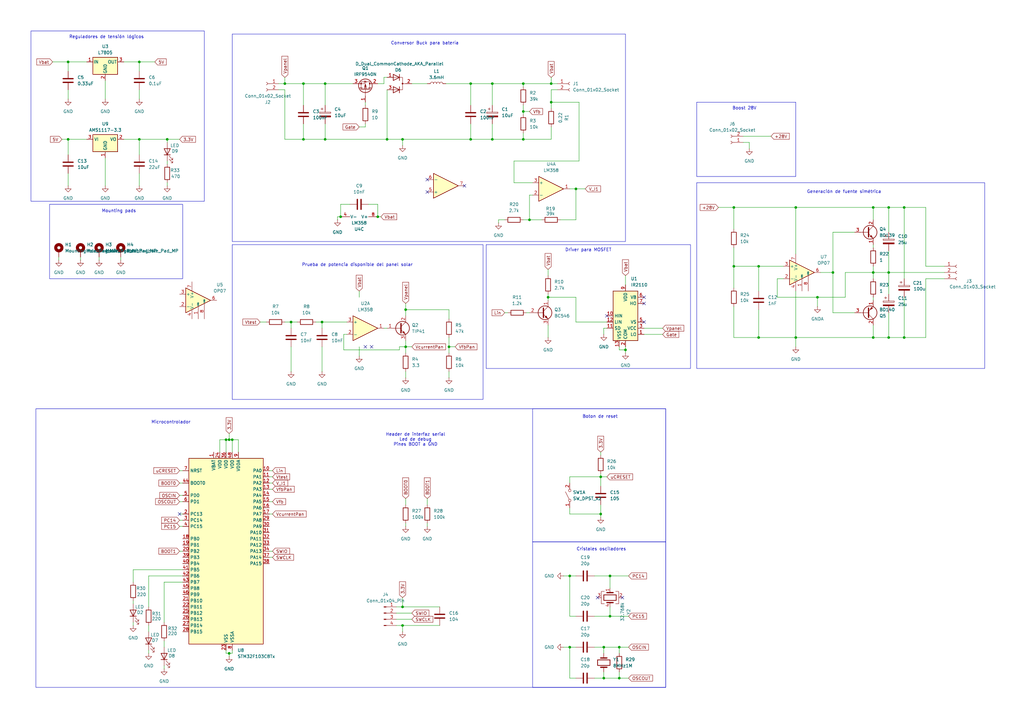
<source format=kicad_sch>
(kicad_sch (version 20250114) (generator "eeschema") (generator_version "9.0")
  (paper "A3")
  (rectangle (start 95.25 100.33) (end 198.12 163.83))
  (rectangle (start 218.44 167.64) (end 273.05 222.25))
  (rectangle (start 20.32 83.82) (end 74.93 114.3))
  (rectangle (start 14.732 167.64) (end 273.05 281.94))
  (rectangle (start 199.39 100.33) (end 283.21 151.13))
  (rectangle (start 218.44 222.25) (end 273.05 281.94))
  (rectangle (start 285.75 41.91) (end 326.39 72.39))
  (rectangle (start 95.25 13.97) (end 256.54 99.06))
  (rectangle (start 285.75 74.93) (end 403.86 151.13))
  (rectangle (start 12.7 12.7) (end 83.82 82.55))
  (text "Microcontrolador" (at 70.104 173.228 0) (effects (font (size 1.27 1.27))))
  (text "Header de interfaz serial\nLed de debug\nPines BOOT a GND" (at 170.434 180.34 0) (effects (font (size 1.27 1.27))))
  (text "Boton de reset" (at 246.126 170.942 0) (effects (font (size 1.27 1.27))))
  (text "Cristales osciladores" (at 246.634 225.298 0) (effects (font (size 1.27 1.27))))
  (text "Conversor Buck para batería" (at 174.244 17.78 0) (effects (font (size 1.27 1.27))))
  (text "Mounting pads" (at 48.768 86.614 0) (effects (font (size 1.27 1.27))))
  (text "Driver para MOSFET" (at 241.3 102.616 0) (effects (font (size 1.27 1.27))))
  (text "Boost 28V" (at 305.308 44.45 0) (effects (font (size 1.27 1.27))))
  (text "Generación de fuente simétrica" (at 346.202 78.74 0) (effects (font (size 1.27 1.27))))
  (text "Prueba de potencia disponible del panel solar" (at 146.558 108.712 0) (effects (font (size 1.27 1.27))))
  (text "Reguladores de tensión lógicos" (at 43.688 15.24 0) (effects (font (size 1.27 1.27))))
  (junction (at 184.15 142.24))
  (junction (at 364.49 85.09))
  (junction (at 93.98 180.34))
  (junction (at 154.94 88.9))
  (junction (at 358.14 111.76))
  (junction (at 300.99 109.22))
  (junction (at 119.38 132.08))
  (junction (at 226.06 41.91))
  (junction (at 246.38 195.58))
  (junction (at 326.39 138.43))
  (junction (at 335.28 121.92))
  (junction (at 201.93 34.29))
  (junction (at 226.06 34.29))
  (junction (at 214.63 57.15))
  (junction (at 193.04 34.29))
  (junction (at 57.15 25.4))
  (junction (at 165.1 57.15))
  (junction (at 165.1 256.54))
  (junction (at 250.19 252.73))
  (junction (at 139.7 88.9))
  (junction (at 27.94 25.4))
  (junction (at 358.14 138.43))
  (junction (at 214.63 45.72))
  (junction (at 92.71 180.34))
  (junction (at 300.99 85.09))
  (junction (at 246.38 210.82))
  (junction (at 341.63 111.76))
  (junction (at 27.94 57.15))
  (junction (at 95.25 180.34))
  (junction (at 364.49 111.76))
  (junction (at 133.35 34.29))
  (junction (at 214.63 34.29))
  (junction (at 165.1 248.92))
  (junction (at 68.58 57.15))
  (junction (at 256.54 143.51))
  (junction (at 93.98 267.97))
  (junction (at 217.17 90.17))
  (junction (at 132.08 132.08))
  (junction (at 236.22 77.47))
  (junction (at 250.19 236.22))
  (junction (at 364.49 138.43))
  (junction (at 370.84 85.09))
  (junction (at 254 265.43))
  (junction (at 254 278.13))
  (junction (at 57.15 57.15))
  (junction (at 370.84 138.43))
  (junction (at 193.04 57.15))
  (junction (at 116.84 34.29))
  (junction (at 166.37 127))
  (junction (at 233.68 265.43))
  (junction (at 247.65 278.13))
  (junction (at 326.39 85.09))
  (junction (at 358.14 85.09))
  (junction (at 124.46 57.15))
  (junction (at 233.68 236.22))
  (junction (at 133.35 57.15))
  (junction (at 224.79 121.92))
  (junction (at 311.15 138.43))
  (junction (at 158.75 57.15))
  (junction (at 311.15 109.22))
  (junction (at 166.37 142.24))
  (junction (at 247.65 265.43))
  (junction (at 201.93 57.15))
  (junction (at 124.46 34.29))
  (no_connect (at 175.26 73.66))
  (no_connect (at 264.16 124.46))
  (no_connect (at 248.92 129.54))
  (no_connect (at 175.26 78.74))
  (no_connect (at 152.4 142.24))
  (no_connect (at 264.16 132.08))
  (no_connect (at 255.27 245.11))
  (no_connect (at 245.11 245.11))
  (no_connect (at 73.66 210.82))
  (no_connect (at 190.5 76.2))
  (no_connect (at 264.16 121.92))
  (no_connect (at 149.86 142.24))
  (wire (pts (xy 256.54 142.24) (xy 256.54 143.51)))
  (wire (pts (xy 318.77 121.92) (xy 335.28 121.92)))
  (wire (pts (xy 247.65 265.43) (xy 243.84 265.43)))
  (wire (pts (xy 67.31 273.05) (xy 67.31 274.32)))
  (wire (pts (xy 93.98 267.97) (xy 95.25 267.97)))
  (wire (pts (xy 256.54 143.51) (xy 256.54 144.78)))
  (wire (pts (xy 233.68 252.73) (xy 236.22 252.73)))
  (wire (pts (xy 358.14 85.09) (xy 358.14 90.17)))
  (wire (pts (xy 184.15 142.24) (xy 184.15 144.78)))
  (wire (pts (xy 210.82 66.04) (xy 237.49 66.04)))
  (wire (pts (xy 110.49 200.66) (xy 111.76 200.66)))
  (wire (pts (xy 233.68 265.43) (xy 233.68 278.13)))
  (wire (pts (xy 224.79 120.65) (xy 224.79 121.92)))
  (wire (pts (xy 166.37 142.24) (xy 166.37 144.78)))
  (wire (pts (xy 300.99 118.11) (xy 300.99 109.22)))
  (wire (pts (xy 214.63 57.15) (xy 226.06 57.15)))
  (wire (pts (xy 300.99 138.43) (xy 311.15 138.43)))
  (wire (pts (xy 370.84 85.09) (xy 379.73 85.09)))
  (wire (pts (xy 154.94 83.82) (xy 151.13 83.82)))
  (wire (pts (xy 27.94 29.21) (xy 27.94 25.4)))
  (wire (pts (xy 358.14 111.76) (xy 358.14 114.3)))
  (wire (pts (xy 165.1 256.54) (xy 162.56 256.54)))
  (wire (pts (xy 256.54 113.03) (xy 256.54 116.84)))
  (wire (pts (xy 321.31 114.3) (xy 318.77 114.3)))
  (wire (pts (xy 364.49 85.09) (xy 370.84 85.09)))
  (wire (pts (xy 358.14 100.33) (xy 358.14 101.6)))
  (wire (pts (xy 311.15 119.38) (xy 311.15 109.22)))
  (wire (pts (xy 311.15 138.43) (xy 311.15 127)))
  (wire (pts (xy 92.71 180.34) (xy 92.71 185.42)))
  (wire (pts (xy 215.9 128.27) (xy 217.17 128.27)))
  (wire (pts (xy 336.55 111.76) (xy 341.63 111.76)))
  (wire (pts (xy 116.84 57.15) (xy 124.46 57.15)))
  (wire (pts (xy 166.37 124.46) (xy 166.37 127)))
  (wire (pts (xy 300.99 109.22) (xy 311.15 109.22)))
  (wire (pts (xy 40.64 105.41) (xy 40.64 106.68)))
  (wire (pts (xy 27.94 71.12) (xy 27.94 76.2)))
  (wire (pts (xy 237.49 41.91) (xy 226.06 41.91)))
  (wire (pts (xy 318.77 114.3) (xy 318.77 121.92)))
  (wire (pts (xy 311.15 109.22) (xy 321.31 109.22)))
  (wire (pts (xy 233.68 195.58) (xy 246.38 195.58)))
  (wire (pts (xy 247.65 265.43) (xy 254 265.43)))
  (wire (pts (xy 341.63 111.76) (xy 341.63 95.25)))
  (wire (pts (xy 254 143.51) (xy 256.54 143.51)))
  (wire (pts (xy 224.79 133.35) (xy 224.79 138.43)))
  (wire (pts (xy 250.19 252.73) (xy 257.81 252.73)))
  (wire (pts (xy 60.96 266.7) (xy 60.96 267.97)))
  (wire (pts (xy 157.48 134.62) (xy 158.75 134.62)))
  (wire (pts (xy 50.8 25.4) (xy 57.15 25.4)))
  (wire (pts (xy 243.84 278.13) (xy 247.65 278.13)))
  (wire (pts (xy 364.49 111.76) (xy 364.49 120.65)))
  (wire (pts (xy 147.32 142.24) (xy 147.32 146.05)))
  (wire (pts (xy 210.82 74.93) (xy 218.44 74.93)))
  (wire (pts (xy 246.38 194.31) (xy 246.38 195.58)))
  (wire (pts (xy 300.99 101.6) (xy 300.99 109.22)))
  (wire (pts (xy 114.3 36.83) (xy 116.84 36.83)))
  (wire (pts (xy 133.35 50.8) (xy 133.35 57.15)))
  (wire (pts (xy 247.65 278.13) (xy 247.65 275.59)))
  (wire (pts (xy 27.94 57.15) (xy 35.56 57.15)))
  (wire (pts (xy 166.37 127) (xy 166.37 129.54)))
  (wire (pts (xy 116.84 31.75) (xy 116.84 34.29)))
  (wire (pts (xy 110.49 198.12) (xy 111.76 198.12)))
  (wire (pts (xy 110.49 228.6) (xy 111.76 228.6)))
  (wire (pts (xy 166.37 204.47) (xy 166.37 207.01)))
  (wire (pts (xy 133.35 43.18) (xy 133.35 34.29)))
  (wire (pts (xy 226.06 31.75) (xy 226.06 34.29)))
  (wire (pts (xy 247.65 267.97) (xy 247.65 265.43)))
  (wire (pts (xy 119.38 142.24) (xy 119.38 152.4)))
  (wire (pts (xy 165.1 57.15) (xy 165.1 59.69)))
  (wire (pts (xy 364.49 102.87) (xy 364.49 111.76)))
  (wire (pts (xy 73.66 198.12) (xy 74.93 198.12)))
  (wire (pts (xy 304.8 55.88) (xy 316.23 55.88)))
  (wire (pts (xy 60.96 256.54) (xy 60.96 259.08)))
  (wire (pts (xy 116.84 132.08) (xy 119.38 132.08)))
  (wire (pts (xy 237.49 66.04) (xy 237.49 41.91)))
  (wire (pts (xy 214.63 57.15) (xy 214.63 54.61)))
  (wire (pts (xy 68.58 57.15) (xy 68.58 58.42)))
  (wire (pts (xy 154.94 34.29) (xy 157.48 34.29)))
  (wire (pts (xy 124.46 34.29) (xy 133.35 34.29)))
  (wire (pts (xy 158.75 57.15) (xy 165.1 57.15)))
  (wire (pts (xy 175.26 204.47) (xy 175.26 207.01)))
  (wire (pts (xy 140.97 137.16) (xy 142.24 137.16)))
  (wire (pts (xy 193.04 57.15) (xy 193.04 50.8)))
  (wire (pts (xy 250.19 236.22) (xy 250.19 241.3)))
  (wire (pts (xy 326.39 138.43) (xy 358.14 138.43)))
  (wire (pts (xy 67.31 262.89) (xy 67.31 265.43)))
  (wire (pts (xy 140.97 143.51) (xy 163.83 143.51)))
  (wire (pts (xy 246.38 185.42) (xy 246.38 186.69)))
  (wire (pts (xy 264.16 137.16) (xy 271.78 137.16)))
  (wire (pts (xy 326.39 138.43) (xy 311.15 138.43)))
  (wire (pts (xy 165.1 248.92) (xy 180.34 248.92)))
  (wire (pts (xy 204.47 91.44) (xy 204.47 90.17)))
  (wire (pts (xy 233.68 77.47) (xy 236.22 77.47)))
  (wire (pts (xy 110.49 193.04) (xy 111.76 193.04)))
  (wire (pts (xy 358.14 138.43) (xy 364.49 138.43)))
  (wire (pts (xy 210.82 74.93) (xy 210.82 66.04)))
  (wire (pts (xy 27.94 25.4) (xy 35.56 25.4)))
  (wire (pts (xy 214.63 34.29) (xy 201.93 34.29)))
  (wire (pts (xy 184.15 130.81) (xy 184.15 127)))
  (wire (pts (xy 166.37 152.4) (xy 166.37 154.94)))
  (wire (pts (xy 300.99 125.73) (xy 300.99 138.43)))
  (wire (pts (xy 133.35 34.29) (xy 144.78 34.29)))
  (wire (pts (xy 246.38 195.58) (xy 246.38 199.39)))
  (wire (pts (xy 57.15 36.83) (xy 57.15 40.64)))
  (wire (pts (xy 204.47 90.17) (xy 207.01 90.17)))
  (wire (pts (xy 21.59 25.4) (xy 27.94 25.4)))
  (wire (pts (xy 233.68 198.12) (xy 233.68 195.58)))
  (wire (pts (xy 27.94 63.5) (xy 27.94 57.15)))
  (wire (pts (xy 166.37 139.7) (xy 166.37 142.24)))
  (wire (pts (xy 224.79 121.92) (xy 224.79 123.19)))
  (wire (pts (xy 233.68 278.13) (xy 236.22 278.13)))
  (wire (pts (xy 24.13 105.41) (xy 24.13 106.68)))
  (wire (pts (xy 49.53 105.41) (xy 49.53 106.68)))
  (wire (pts (xy 132.08 142.24) (xy 132.08 152.4)))
  (wire (pts (xy 247.65 278.13) (xy 254 278.13)))
  (wire (pts (xy 119.38 134.62) (xy 119.38 132.08)))
  (wire (pts (xy 358.14 121.92) (xy 358.14 123.19)))
  (wire (pts (xy 57.15 25.4) (xy 63.5 25.4)))
  (wire (pts (xy 110.49 195.58) (xy 111.76 195.58)))
  (wire (pts (xy 90.17 185.42) (xy 90.17 180.34)))
  (wire (pts (xy 217.17 80.01) (xy 217.17 90.17)))
  (wire (pts (xy 246.38 210.82) (xy 246.38 207.01)))
  (wire (pts (xy 250.19 248.92) (xy 250.19 252.73)))
  (wire (pts (xy 132.08 132.08) (xy 132.08 134.62)))
  (wire (pts (xy 264.16 134.62) (xy 271.78 134.62)))
  (wire (pts (xy 157.48 34.29) (xy 157.48 31.75)))
  (wire (pts (xy 236.22 77.47) (xy 240.03 77.47)))
  (wire (pts (xy 370.84 85.09) (xy 370.84 114.3)))
  (wire (pts (xy 43.18 33.02) (xy 43.18 40.64)))
  (wire (pts (xy 68.58 76.2) (xy 68.58 74.93)))
  (wire (pts (xy 233.68 208.28) (xy 233.68 210.82)))
  (wire (pts (xy 294.64 85.09) (xy 300.99 85.09)))
  (wire (pts (xy 326.39 142.24) (xy 326.39 138.43)))
  (wire (pts (xy 165.1 245.11) (xy 165.1 248.92)))
  (wire (pts (xy 43.18 64.77) (xy 43.18 76.2)))
  (wire (pts (xy 129.54 132.08) (xy 132.08 132.08)))
  (wire (pts (xy 67.31 238.76) (xy 67.31 255.27)))
  (wire (pts (xy 54.61 233.68) (xy 74.93 233.68)))
  (wire (pts (xy 165.1 248.92) (xy 162.56 248.92)))
  (wire (pts (xy 73.66 213.36) (xy 74.93 213.36)))
  (wire (pts (xy 370.84 138.43) (xy 379.73 138.43)))
  (wire (pts (xy 119.38 132.08) (xy 121.92 132.08)))
  (wire (pts (xy 54.61 238.76) (xy 54.61 233.68)))
  (wire (pts (xy 224.79 121.92) (xy 236.22 121.92)))
  (wire (pts (xy 326.39 104.14) (xy 326.39 85.09)))
  (wire (pts (xy 254 142.24) (xy 254 143.51)))
  (wire (pts (xy 341.63 128.27) (xy 350.52 128.27)))
  (wire (pts (xy 165.1 256.54) (xy 180.34 256.54)))
  (wire (pts (xy 326.39 85.09) (xy 358.14 85.09)))
  (wire (pts (xy 226.06 34.29) (xy 228.6 34.29)))
  (wire (pts (xy 243.84 236.22) (xy 250.19 236.22)))
  (wire (pts (xy 114.3 34.29) (xy 116.84 34.29)))
  (wire (pts (xy 201.93 57.15) (xy 201.93 50.8)))
  (wire (pts (xy 157.48 31.75) (xy 158.75 31.75)))
  (wire (pts (xy 184.15 142.24) (xy 186.69 142.24)))
  (wire (pts (xy 154.94 88.9) (xy 156.21 88.9)))
  (wire (pts (xy 92.71 180.34) (xy 93.98 180.34)))
  (wire (pts (xy 226.06 36.83) (xy 228.6 36.83)))
  (wire (pts (xy 364.49 111.76) (xy 387.35 111.76)))
  (wire (pts (xy 226.06 36.83) (xy 226.06 41.91)))
  (wire (pts (xy 73.66 193.04) (xy 74.93 193.04)))
  (wire (pts (xy 60.96 236.22) (xy 60.96 248.92)))
  (wire (pts (xy 139.7 83.82) (xy 143.51 83.82)))
  (wire (pts (xy 92.71 267.97) (xy 93.98 267.97)))
  (wire (pts (xy 57.15 57.15) (xy 68.58 57.15)))
  (wire (pts (xy 226.06 41.91) (xy 226.06 44.45)))
  (wire (pts (xy 116.84 34.29) (xy 124.46 34.29)))
  (wire (pts (xy 254 265.43) (xy 254 267.97)))
  (wire (pts (xy 214.63 34.29) (xy 226.06 34.29)))
  (wire (pts (xy 163.83 142.24) (xy 166.37 142.24)))
  (wire (pts (xy 231.14 265.43) (xy 233.68 265.43)))
  (wire (pts (xy 73.66 203.2) (xy 74.93 203.2)))
  (wire (pts (xy 93.98 180.34) (xy 93.98 177.8)))
  (wire (pts (xy 379.73 138.43) (xy 379.73 114.3)))
  (wire (pts (xy 364.49 128.27) (xy 364.49 138.43)))
  (wire (pts (xy 250.19 236.22) (xy 257.81 236.22)))
  (wire (pts (xy 33.02 105.41) (xy 33.02 106.68)))
  (wire (pts (xy 110.49 205.74) (xy 111.76 205.74)))
  (wire (pts (xy 226.06 52.07) (xy 226.06 57.15)))
  (wire (pts (xy 341.63 111.76) (xy 341.63 128.27)))
  (wire (pts (xy 304.8 58.42) (xy 307.34 58.42)))
  (wire (pts (xy 229.87 90.17) (xy 236.22 90.17)))
  (wire (pts (xy 193.04 34.29) (xy 201.93 34.29)))
  (wire (pts (xy 231.14 236.22) (xy 233.68 236.22)))
  (wire (pts (xy 95.25 185.42) (xy 95.25 180.34)))
  (wire (pts (xy 166.37 214.63) (xy 166.37 215.9)))
  (wire (pts (xy 124.46 57.15) (xy 133.35 57.15)))
  (wire (pts (xy 370.84 121.92) (xy 370.84 138.43)))
  (wire (pts (xy 158.75 36.83) (xy 158.75 57.15)))
  (wire (pts (xy 95.25 267.97) (xy 95.25 266.7)))
  (wire (pts (xy 57.15 71.12) (xy 57.15 76.2)))
  (wire (pts (xy 25.4 57.15) (xy 27.94 57.15)))
  (wire (pts (xy 93.98 267.97) (xy 93.98 269.24)))
  (wire (pts (xy 132.08 132.08) (xy 142.24 132.08)))
  (wire (pts (xy 182.88 34.29) (xy 193.04 34.29)))
  (wire (pts (xy 193.04 57.15) (xy 201.93 57.15)))
  (wire (pts (xy 201.93 57.15) (xy 214.63 57.15)))
  (wire (pts (xy 67.31 238.76) (xy 74.93 238.76)))
  (wire (pts (xy 217.17 90.17) (xy 222.25 90.17)))
  (wire (pts (xy 214.63 90.17) (xy 217.17 90.17)))
  (wire (pts (xy 73.66 205.74) (xy 74.93 205.74)))
  (wire (pts (xy 300.99 85.09) (xy 326.39 85.09)))
  (wire (pts (xy 246.38 210.82) (xy 246.38 212.09)))
  (wire (pts (xy 217.17 80.01) (xy 218.44 80.01)))
  (wire (pts (xy 254 278.13) (xy 257.81 278.13)))
  (wire (pts (xy 214.63 45.72) (xy 214.63 46.99)))
  (wire (pts (xy 236.22 121.92) (xy 236.22 132.08)))
  (wire (pts (xy 175.26 214.63) (xy 175.26 215.9)))
  (wire (pts (xy 247.65 137.16) (xy 247.65 134.62)))
  (wire (pts (xy 307.34 58.42) (xy 307.34 60.96)))
  (wire (pts (xy 110.49 226.06) (xy 111.76 226.06)))
  (wire (pts (xy 110.49 210.82) (xy 111.76 210.82)))
  (wire (pts (xy 247.65 134.62) (xy 248.92 134.62)))
  (wire (pts (xy 68.58 57.15) (xy 73.66 57.15)))
  (wire (pts (xy 168.91 34.29) (xy 175.26 34.29)))
  (wire (pts (xy 346.71 111.76) (xy 358.14 111.76)))
  (wire (pts (xy 138.43 88.9) (xy 139.7 88.9)))
  (wire (pts (xy 364.49 85.09) (xy 364.49 95.25)))
  (wire (pts (xy 233.68 236.22) (xy 233.68 252.73)))
  (wire (pts (xy 106.68 132.08) (xy 109.22 132.08)))
  (wire (pts (xy 233.68 210.82) (xy 246.38 210.82)))
  (wire (pts (xy 335.28 121.92) (xy 335.28 125.73)))
  (wire (pts (xy 133.35 57.15) (xy 158.75 57.15)))
  (wire (pts (xy 358.14 111.76) (xy 358.14 109.22)))
  (wire (pts (xy 54.61 246.38) (xy 54.61 247.65)))
  (wire (pts (xy 162.56 251.46) (xy 168.91 251.46)))
  (wire (pts (xy 184.15 127) (xy 166.37 127)))
  (wire (pts (xy 73.66 215.9) (xy 74.93 215.9)))
  (wire (pts (xy 300.99 93.98) (xy 300.99 85.09)))
  (wire (pts (xy 154.94 88.9) (xy 154.94 83.82)))
  (wire (pts (xy 57.15 63.5) (xy 57.15 57.15)))
  (wire (pts (xy 335.28 121.92) (xy 346.71 121.92)))
  (wire (pts (xy 140.97 137.16) (xy 140.97 143.51)))
  (wire (pts (xy 214.63 35.56) (xy 214.63 34.29)))
  (wire (pts (xy 379.73 109.22) (xy 387.35 109.22)))
  (wire (pts (xy 254 265.43) (xy 257.81 265.43)))
  (wire (pts (xy 60.96 236.22) (xy 74.93 236.22)))
  (wire (pts (xy 236.22 236.22) (xy 233.68 236.22)))
  (wire (pts (xy 184.15 152.4) (xy 184.15 154.94)))
  (wire (pts (xy 97.79 185.42) (xy 97.79 180.34)))
  (wire (pts (xy 138.43 88.9) (xy 138.43 90.17)))
  (wire (pts (xy 341.63 95.25) (xy 350.52 95.25)))
  (wire (pts (xy 57.15 25.4) (xy 57.15 29.21)))
  (wire (pts (xy 165.1 259.08) (xy 165.1 256.54)))
  (wire (pts (xy 124.46 43.18) (xy 124.46 34.29)))
  (wire (pts (xy 236.22 132.08) (xy 248.92 132.08)))
  (wire (pts (xy 246.38 195.58) (xy 248.92 195.58)))
  (wire (pts (xy 90.17 180.34) (xy 92.71 180.34)))
  (wire (pts (xy 73.66 226.06) (xy 74.93 226.06)))
  (wire (pts (xy 54.61 255.27) (xy 54.61 256.54)))
  (wire (pts (xy 358.14 111.76) (xy 364.49 111.76)))
  (wire (pts (xy 254 278.13) (xy 254 275.59)))
  (wire (pts (xy 358.14 138.43) (xy 358.14 133.35)))
  (wire (pts (xy 95.25 180.34) (xy 93.98 180.34)))
  (wire (pts (xy 165.1 57.15) (xy 193.04 57.15)))
  (wire (pts (xy 68.58 66.04) (xy 68.58 67.31)))
  (wire (pts (xy 207.01 128.27) (xy 208.28 128.27)))
  (wire (pts (xy 147.32 52.07) (xy 149.86 52.07)))
  (wire (pts (xy 27.94 36.83) (xy 27.94 40.64)))
  (wire (pts (xy 379.73 114.3) (xy 387.35 114.3)))
  (wire (pts (xy 214.63 45.72) (xy 217.17 45.72)))
  (wire (pts (xy 147.32 119.38) (xy 147.32 121.92)))
  (wire (pts (xy 236.22 265.43) (xy 233.68 265.43)))
  (wire (pts (xy 358.14 85.09) (xy 364.49 85.09)))
  (wire (pts (xy 166.37 142.24) (xy 168.91 142.24)))
  (wire (pts (xy 184.15 138.43) (xy 184.15 142.24)))
  (wire (pts (xy 236.22 77.47) (xy 236.22 90.17)))
  (wire (pts (xy 162.56 254) (xy 168.91 254)))
  (wire (pts (xy 73.66 210.82) (xy 74.93 210.82)))
  (wire (pts (xy 57.15 57.15) (xy 50.8 57.15)))
  (wire (pts (xy 124.46 50.8) (xy 124.46 57.15)))
  (wire (pts (xy 193.04 43.18) (xy 193.04 34.29)))
  (wire (pts (xy 346.71 121.92) (xy 346.71 111.76)))
  (wire (pts (xy 139.7 88.9) (xy 139.7 83.82)))
  (wire (pts (xy 92.71 266.7) (xy 92.71 267.97)))
  (wire (pts (xy 379.73 85.09) (xy 379.73 109.22)))
  (wire (pts (xy 116.84 36.83) (xy 116.84 57.15)))
  (wire (pts (xy 326.39 119.38) (xy 326.39 138.43)))
  (wire (pts (xy 224.79 110.49) (xy 224.79 113.03)))
  (wire (pts (xy 149.86 43.18) (xy 149.86 41.91)))
  (wire (pts (xy 364.49 138.43) (xy 370.84 138.43)))
  (wire (pts (xy 214.63 43.18) (xy 214.63 45.72)))
  (wire (pts (xy 97.79 180.34) (xy 95.25 180.34)))
  (wire (pts (xy 243.84 252.73) (xy 250.19 252.73)))
  (wire (pts (xy 163.83 143.51) (xy 163.83 142.24)))
  (wire (pts (xy 149.86 52.07) (xy 149.86 50.8)))
  (wire (pts (xy 201.93 34.29) (xy 201.93 43.18)))
  (global_label "SWCLK" (shape input) (at 168.91 254 0) (property "Intersheetrefs" "${INTERSHEET_REFS}" (effects (hide yes))))
  (global_label "PC14" (shape input) (at 257.81 236.22 0) (property "Intersheetrefs" "${INTERSHEET_REFS}" (effects (hide yes))))
  (global_label "Vbat" (shape input) (at 226.06 31.75 90) (property "Intersheetrefs" "${INTERSHEET_REFS}" (effects (hide yes))))
  (global_label "Vbat" (shape input) (at 156.21 88.9 0) (property "Intersheetrefs" "${INTERSHEET_REFS}" (effects (hide yes))))
  (global_label "3.3V" (shape input) (at 165.1 245.11 90) (property "Intersheetrefs" "${INTERSHEET_REFS}" (effects (hide yes))))
  (global_label "SWIO" (shape input) (at 168.91 251.46 0) (property "Intersheetrefs" "${INTERSHEET_REFS}" (effects (hide yes))))
  (global_label "Vbat" (shape input) (at 224.79 110.49 90) (property "Intersheetrefs" "${INTERSHEET_REFS}" (effects (hide yes))))
  (global_label "Vbat" (shape input) (at 256.54 113.03 90) (property "Intersheetrefs" "${INTERSHEET_REFS}" (effects (hide yes))))
  (global_label "BOOT0" (shape input) (at 166.37 204.47 90) (property "Intersheetrefs" "${INTERSHEET_REFS}" (effects (hide yes))))
  (global_label "OSCOUT" (shape input) (at 73.66 205.74 180) (property "Intersheetrefs" "${INTERSHEET_REFS}" (effects (hide yes))))
  (global_label "OSCIN" (shape input) (at 73.66 203.2 180) (property "Intersheetrefs" "${INTERSHEET_REFS}" (effects (hide yes))))
  (global_label "Vbat" (shape input) (at 147.32 119.38 90) (property "Intersheetrefs" "${INTERSHEET_REFS}" (effects (hide yes))))
  (global_label "VcurrentPan" (shape input) (at 111.76 210.82 0) (property "Intersheetrefs" "${INTERSHEET_REFS}" (effects (hide yes))))
  (global_label "BOOT0" (shape input) (at 73.66 198.12 180) (property "Intersheetrefs" "${INTERSHEET_REFS}" (effects (hide yes))))
  (global_label "Lin" (shape input) (at 111.76 193.04 0) (property "Intersheetrefs" "${INTERSHEET_REFS}" (effects (hide yes))))
  (global_label "5V" (shape input) (at 63.5 25.4 0) (property "Intersheetrefs" "${INTERSHEET_REFS}" (effects (hide yes))))
  (global_label "PC15" (shape input) (at 73.66 215.9 180) (property "Intersheetrefs" "${INTERSHEET_REFS}" (effects (hide yes))))
  (global_label "SWCLK" (shape input) (at 111.76 228.6 0) (property "Intersheetrefs" "${INTERSHEET_REFS}" (effects (hide yes))))
  (global_label "BOOT1" (shape input) (at 175.26 204.47 90) (property "Intersheetrefs" "${INTERSHEET_REFS}" (effects (hide yes))))
  (global_label "5V" (shape input) (at 25.4 57.15 180) (property "Intersheetrefs" "${INTERSHEET_REFS}" (effects (hide yes))))
  (global_label "BOOT1" (shape input) (at 73.66 226.06 180) (property "Intersheetrefs" "${INTERSHEET_REFS}" (effects (hide yes))))
  (global_label "VfbPan" (shape input) (at 111.76 200.66 0) (property "Intersheetrefs" "${INTERSHEET_REFS}" (effects (hide yes))))
  (global_label "VfbPan" (shape input) (at 186.69 142.24 0) (property "Intersheetrefs" "${INTERSHEET_REFS}" (effects (hide yes))))
  (global_label "uCRESET" (shape input) (at 248.92 195.58 0) (property "Intersheetrefs" "${INTERSHEET_REFS}" (effects (hide yes))))
  (global_label "Vfb" (shape input) (at 217.17 45.72 0) (property "Intersheetrefs" "${INTERSHEET_REFS}" (effects (hide yes))))
  (global_label "SWIO" (shape input) (at 111.76 226.06 0) (property "Intersheetrefs" "${INTERSHEET_REFS}" (effects (hide yes))))
  (global_label "Vtest" (shape input) (at 111.76 195.58 0) (property "Intersheetrefs" "${INTERSHEET_REFS}" (effects (hide yes))))
  (global_label "OSCIN" (shape input) (at 257.81 265.43 0) (property "Intersheetrefs" "${INTERSHEET_REFS}" (effects (hide yes))))
  (global_label "Vpanel" (shape input) (at 166.37 124.46 90) (property "Intersheetrefs" "${INTERSHEET_REFS}" (effects (hide yes))))
  (global_label "PC14" (shape input) (at 73.66 213.36 180) (property "Intersheetrefs" "${INTERSHEET_REFS}" (effects (hide yes))))
  (global_label "PC15" (shape input) (at 257.81 252.73 0) (property "Intersheetrefs" "${INTERSHEET_REFS}" (effects (hide yes))))
  (global_label "Gate" (shape input) (at 147.32 52.07 180) (property "Intersheetrefs" "${INTERSHEET_REFS}" (effects (hide yes))))
  (global_label "+28V" (shape input) (at 316.23 55.88 0) (property "Intersheetrefs" "${INTERSHEET_REFS}" (effects (hide yes))))
  (global_label "uCRESET" (shape input) (at 73.66 193.04 180) (property "Intersheetrefs" "${INTERSHEET_REFS}" (effects (hide yes))))
  (global_label "Lin" (shape input) (at 207.01 128.27 180) (property "Intersheetrefs" "${INTERSHEET_REFS}" (effects (hide yes))))
  (global_label "VcurrentPan" (shape input) (at 168.91 142.24 0) (property "Intersheetrefs" "${INTERSHEET_REFS}" (effects (hide yes))))
  (global_label "Vpanel" (shape input) (at 116.84 31.75 90) (property "Intersheetrefs" "${INTERSHEET_REFS}" (effects (hide yes))))
  (global_label "OSCOUT" (shape input) (at 257.81 278.13 0) (property "Intersheetrefs" "${INTERSHEET_REFS}" (effects (hide yes))))
  (global_label "3.3V" (shape input) (at 93.98 177.8 90) (property "Intersheetrefs" "${INTERSHEET_REFS}" (effects (hide yes))))
  (global_label "+28V" (shape input) (at 294.64 85.09 180) (property "Intersheetrefs" "${INTERSHEET_REFS}" (effects (hide yes))))
  (global_label "V_I1" (shape input) (at 240.03 77.47 0) (property "Intersheetrefs" "${INTERSHEET_REFS}" (effects (hide yes))))
  (global_label "Vtest" (shape input) (at 106.68 132.08 180) (property "Intersheetrefs" "${INTERSHEET_REFS}" (effects (hide yes))))
  (global_label "3.3V" (shape input) (at 246.38 185.42 90) (property "Intersheetrefs" "${INTERSHEET_REFS}" (effects (hide yes))))
  (global_label "Gate" (shape input) (at 271.78 137.16 0) (property "Intersheetrefs" "${INTERSHEET_REFS}" (effects (hide yes))))
  (global_label "Vpanel" (shape input) (at 271.78 134.62 0) (property "Intersheetrefs" "${INTERSHEET_REFS}" (effects (hide yes))))
  (global_label "Vbat" (shape input) (at 21.59 25.4 180) (property "Intersheetrefs" "${INTERSHEET_REFS}" (effects (hide yes))))
  (global_label "V_I1" (shape input) (at 111.76 198.12 0) (property "Intersheetrefs" "${INTERSHEET_REFS}" (effects (hide yes))))
  (global_label "3.3V" (shape input) (at 73.66 57.15 0) (property "Intersheetrefs" "${INTERSHEET_REFS}" (effects (hide yes))))
  (global_label "Vfb" (shape input) (at 111.76 205.74 0) (property "Intersheetrefs" "${INTERSHEET_REFS}" (effects (hide yes))))
  (symbol (lib_id "Device:C") (at 240.03 278.13 90) (unit 1)
    (property "Reference" "C18" (at 240.03 270.51 90))
    (property "Value" "20p" (at 240.03 273.05 90))
    (property "Footprint" "Capacitor_SMD:C_0603_1608Metric_Pad1.08x0.95mm_HandSolder" (effects (hide yes)))
    (property "Description" "Unpolarized capacitor" (effects (hide yes)))
  )
  (symbol (lib_id "power:GND") (at 246.38 212.09 0) (unit 1)
    (property "Reference" "#PWR030" (effects (hide yes)))
    (property "Value" "GND" (at 246.38 217.17 0))
    (property "Description" "Power symbol creates a global label with name \"GND\" , ground" (effects (hide yes)))
  )
  (symbol (lib_id "power:GND") (at 166.37 154.94 0) (unit 1)
    (property "Reference" "#PWR07" (effects (hide yes)))
    (property "Value" "GND" (at 166.37 160.02 0))
    (property "Description" "Power symbol creates a global label with name \"GND\" , ground" (effects (hide yes)))
  )
  (symbol (lib_id "Device:C") (at 119.38 138.43 0) (unit 1)
    (property "Reference" "C7" (at 123.19 137.1599 0) (effects (justify left)))
    (property "Value" "10nF" (at 123.19 139.6999 0) (effects (justify left)))
    (property "Footprint" "Capacitor_THT:C_Disc_D5.0mm_W2.5mm_P5.00mm" (effects (hide yes)))
    (property "Description" "Unpolarized capacitor" (effects (hide yes)))
  )
  (symbol (lib_id "Device:R") (at 67.31 259.08 0) (unit 1)
    (property "Reference" "R32" (at 68.834 257.81 0) (effects (justify left)))
    (property "Value" "220" (at 68.834 259.842 0) (effects (justify left)))
    (property "Footprint" "Resistor_THT:R_Axial_DIN0207_L6.3mm_D2.5mm_P10.16mm_Horizontal" (effects (hide yes)))
    (property "Description" "Resistor" (effects (hide yes)))
  )
  (symbol (lib_id "Device:R") (at 166.37 148.59 0) (unit 1)
    (property "Reference" "R4" (at 168.91 147.3199 0) (effects (justify left)))
    (property "Value" "3.3" (at 168.91 149.8599 0) (effects (justify left)))
    (property "Footprint" "Resistor_THT:R_Axial_DIN0207_L6.3mm_D2.5mm_P10.16mm_Horizontal" (effects (hide yes)))
    (property "Description" "Resistor" (effects (hide yes)))
  )
  (symbol (lib_id "Device:C") (at 193.04 46.99 0) (unit 1)
    (property "Reference" "C2" (at 196.85 45.7199 0) (effects (justify left)))
    (property "Value" "100nF" (at 196.85 48.2599 0) (effects (justify left)))
    (property "Footprint" "Capacitor_THT:C_Disc_D5.0mm_W2.5mm_P5.00mm" (effects (hide yes)))
    (property "Description" "Unpolarized capacitor" (effects (hide yes)))
  )
  (symbol (lib_id "Device:C") (at 132.08 138.43 0) (unit 1)
    (property "Reference" "C8" (at 135.89 137.1599 0) (effects (justify left)))
    (property "Value" "10nF" (at 135.89 139.6999 0) (effects (justify left)))
    (property "Footprint" "Capacitor_THT:C_Disc_D5.0mm_W2.5mm_P5.00mm" (effects (hide yes)))
    (property "Description" "Unpolarized capacitor" (effects (hide yes)))
  )
  (symbol (lib_id "Device:R") (at 214.63 50.8 0) (unit 1)
    (property "Reference" "R3" (at 217.17 49.5299 0) (effects (justify left)))
    (property "Value" "10k" (at 217.17 52.0699 0) (effects (justify left)))
    (property "Footprint" "Resistor_THT:R_Axial_DIN0207_L6.3mm_D2.5mm_P10.16mm_Horizontal" (effects (hide yes)))
    (property "Description" "Resistor" (effects (hide yes)))
  )
  (symbol (lib_id "Device:LED") (at 54.61 251.46 90) (unit 1)
    (property "Reference" "D2" (at 56.134 251.206 90) (effects (justify right)))
    (property "Value" "LED" (at 55.372 248.92 90) (effects (justify right)))
    (property "Footprint" "LED_THT:LED_D5.0mm_FlatTop" (effects (hide yes)))
    (property "Description" "Light emitting diode" (effects (hide yes)))
    (property "Sim.Pins" "1=K 2=A" (effects (hide yes)))
  )
  (symbol (lib_id "Device:Crystal") (at 247.65 271.78 90) (unit 1)
    (property "Reference" "Y1" (at 251.46 270.5099 90) (effects (justify right)))
    (property "Value" "8MHz" (at 251.46 273.0499 90) (effects (justify right)))
    (property "Footprint" "Crystal:Resonator-2Pin_W8.0mm_H3.5mm" (effects (hide yes)))
    (property "Description" "Two pin crystal" (effects (hide yes)))
  )
  (symbol (lib_id "power:GND") (at 166.37 215.9 0) (unit 1)
    (property "Reference" "#PWR031" (effects (hide yes)))
    (property "Value" "GND" (at 166.37 220.98 0))
    (property "Description" "Power symbol creates a global label with name \"GND\" , ground" (effects (hide yes)))
  )
  (symbol (lib_id "Amplifier_Operational:LM358") (at 226.06 77.47 0) (unit 1)
    (property "Reference" "U4" (at 226.06 67.31 0))
    (property "Value" "LM358" (at 226.06 69.85 0))
    (property "Footprint" "Package_DIP:DIP-8_W7.62mm" (effects (hide yes)))
    (property "Datasheet" "http://www.ti.com/lit/ds/symlink/lm2904-n.pdf" (effects (hide yes)))
    (property "Description" "Low-Power, Dual Operational Amplifiers, DIP-8/SOIC-8/TO-99-8" (effects (hide yes)))
  )
  (symbol (lib_id "Amplifier_Operational:LM358") (at 149.86 134.62 0) (unit 1)
    (property "Reference" "U2" (at 149.86 124.46 0))
    (property "Value" "LM358" (at 149.86 127 0))
    (property "Footprint" "Package_DIP:DIP-8_W7.62mm" (effects (hide yes)))
    (property "Datasheet" "http://www.ti.com/lit/ds/symlink/lm2904-n.pdf" (effects (hide yes)))
    (property "Description" "Low-Power, Dual Operational Amplifiers, DIP-8/SOIC-8/TO-99-8" (effects (hide yes)))
  )
  (symbol (lib_id "Device:LED") (at 68.58 62.23 90) (unit 1)
    (property "Reference" "D9" (at 70.358 61.976 90) (effects (justify right)))
    (property "Value" "LED" (at 69.85 59.69 90) (effects (justify right)))
    (property "Footprint" "LED_THT:LED_D5.0mm_FlatTop" (effects (hide yes)))
    (property "Description" "Light emitting diode" (effects (hide yes)))
    (property "Sim.Pins" "1=K 2=A" (effects (hide yes)))
  )
  (symbol (lib_id "power:GND") (at 68.58 76.2 0) (unit 1)
    (property "Reference" "#PWR038" (effects (hide yes)))
    (property "Value" "GND" (at 68.58 81.28 0))
    (property "Description" "Power symbol creates a global label with name \"GND\" , ground" (effects (hide yes)))
  )
  (symbol (lib_id "power:GND") (at 231.14 236.22 270) (unit 1)
    (property "Reference" "#PWR034" (effects (hide yes)))
    (property "Value" "GND" (at 227.33 236.2199 90) (effects (justify right)))
    (property "Description" "Power symbol creates a global label with name \"GND\" , ground" (effects (hide yes)))
  )
  (symbol (lib_id "Device:R") (at 212.09 128.27 90) (unit 1)
    (property "Reference" "R11" (at 212.09 121.92 90))
    (property "Value" "1.2k" (at 212.09 124.46 90))
    (property "Footprint" "Resistor_THT:R_Axial_DIN0207_L6.3mm_D2.5mm_P10.16mm_Horizontal" (effects (hide yes)))
    (property "Description" "Resistor" (effects (hide yes)))
  )
  (symbol (lib_id "power:GND") (at 307.34 60.96 0) (unit 1)
    (property "Reference" "#PWR014" (effects (hide yes)))
    (property "Value" "GND" (at 307.34 66.04 0))
    (property "Description" "Power symbol creates a global label with name \"GND\" , ground" (effects (hide yes)))
  )
  (symbol (lib_id "Connector:Conn_01x02_Socket") (at 299.72 58.42 180) (unit 1)
    (property "Reference" "J6" (at 300.355 50.8 0))
    (property "Value" "Conn_01x02_Socket" (at 300.355 53.34 0))
    (property "Footprint" "TerminalBlock:TerminalBlock_bornier-2_P5.08mm" (effects (hide yes)))
    (property "Description" "Generic connector, single row, 01x02, script generated" (effects (hide yes)))
  )
  (symbol (lib_id "Device:LED") (at 67.31 269.24 90) (unit 1)
    (property "Reference" "D8" (at 69.088 268.986 90) (effects (justify right)))
    (property "Value" "LED" (at 68.58 266.7 90) (effects (justify right)))
    (property "Footprint" "LED_THT:LED_D5.0mm_FlatTop" (effects (hide yes)))
    (property "Description" "Light emitting diode" (effects (hide yes)))
    (property "Sim.Pins" "1=K 2=A" (effects (hide yes)))
  )
  (symbol (lib_id "power:GND") (at 138.43 90.17 0) (unit 1)
    (property "Reference" "#PWR012" (effects (hide yes)))
    (property "Value" "GND" (at 138.43 95.25 0))
    (property "Description" "Power symbol creates a global label with name \"GND\" , ground" (effects (hide yes)))
  )
  (symbol (lib_id "power:GNDA") (at 335.28 125.73 0) (unit 1)
    (property "Reference" "#PWR026" (effects (hide yes)))
    (property "Value" "GNDA" (at 335.28 130.81 0))
    (property "Description" "Power symbol creates a global label with name \"GNDA\" , analog ground" (effects (hide yes)))
  )
  (symbol (lib_id "Connector:Conn_01x04_Pin") (at 157.48 251.46 0) (unit 1)
    (property "Reference" "J4" (at 158.115 243.84 0))
    (property "Value" "Conn_01x04_Pin" (at 158.115 246.38 0))
    (property "Footprint" "Connector_PinHeader_2.54mm:PinHeader_1x04_P2.54mm_Horizontal" (effects (hide yes)))
    (property "Description" "Generic connector, single row, 01x04, script generated" (effects (hide yes)))
  )
  (symbol (lib_id "power:GND") (at 165.1 259.08 0) (unit 1)
    (property "Reference" "#PWR033" (effects (hide yes)))
    (property "Value" "GND" (at 165.1 264.16 0))
    (property "Description" "Power symbol creates a global label with name \"GND\" , ground" (effects (hide yes)))
  )
  (symbol (lib_id "Device:R") (at 254 271.78 0) (unit 1)
    (property "Reference" "R29" (at 256.54 270.5099 0) (effects (justify left)))
    (property "Value" "1M" (at 256.54 273.0499 0) (effects (justify left)))
    (property "Footprint" "Resistor_THT:R_Axial_DIN0207_L6.3mm_D2.5mm_P10.16mm_Horizontal" (effects (hide yes)))
    (property "Description" "Resistor" (effects (hide yes)))
  )
  (symbol (lib_id "power:GND") (at 147.32 146.05 0) (unit 1)
    (property "Reference" "#PWR023" (effects (hide yes)))
    (property "Value" "GND" (at 147.32 151.13 0))
    (property "Description" "Power symbol creates a global label with name \"GND\" , ground" (effects (hide yes)))
  )
  (symbol (lib_id "Device:R") (at 68.58 71.12 0) (unit 1)
    (property "Reference" "R33" (at 69.85 69.85 0) (effects (justify left)))
    (property "Value" "470" (at 70.104 72.39 0) (effects (justify left)))
    (property "Footprint" "Resistor_THT:R_Axial_DIN0207_L6.3mm_D2.5mm_P10.16mm_Horizontal" (effects (hide yes)))
    (property "Description" "Resistor" (effects (hide yes)))
  )
  (symbol (lib_id "Transistor_BJT:BC546") (at 222.25 128.27 0) (unit 1)
    (property "Reference" "Q3" (at 227.33 126.9999 0) (effects (justify left)))
    (property "Value" "BC546" (at 227.33 129.5399 0) (effects (justify left)))
    (property "Footprint" "Package_TO_SOT_THT:TO-92_Inline_Wide" (effects (hide yes)))
    (property "Datasheet" "https://www.onsemi.com/pub/Collateral/BC550-D.pdf" (effects (hide yes)))
    (property "Description" "0.1A Ic, 65V Vce, Small Signal NPN Transistor, TO-92" (effects (hide yes)))
  )
  (symbol (lib_id "Device:R") (at 184.15 134.62 0) (unit 1)
    (property "Reference" "R5" (at 186.69 133.3499 0) (effects (justify left)))
    (property "Value" "47k" (at 186.69 135.8899 0) (effects (justify left)))
    (property "Footprint" "Resistor_THT:R_Axial_DIN0207_L6.3mm_D2.5mm_P10.16mm_Horizontal" (effects (hide yes)))
    (property "Description" "Resistor" (effects (hide yes)))
  )
  (symbol (lib_id "Device:C") (at 311.15 123.19 0) (unit 1)
    (property "Reference" "C12" (at 314.96 121.9199 0) (effects (justify left)))
    (property "Value" "1nF" (at 314.96 124.4599 0) (effects (justify left)))
    (property "Footprint" "Capacitor_THT:C_Disc_D5.0mm_W2.5mm_P5.00mm" (effects (hide yes)))
    (property "Description" "Unpolarized capacitor" (effects (hide yes)))
  )
  (symbol (lib_id "power:GND") (at 67.31 274.32 0) (unit 1)
    (property "Reference" "#PWR037" (effects (hide yes)))
    (property "Value" "GND" (at 67.31 279.4 0))
    (property "Description" "Power symbol creates a global label with name \"GND\" , ground" (effects (hide yes)))
  )
  (symbol (lib_id "power:GND") (at 175.26 215.9 0) (unit 1)
    (property "Reference" "#PWR032" (effects (hide yes)))
    (property "Value" "GND" (at 175.26 220.98 0))
    (property "Description" "Power symbol creates a global label with name \"GND\" , ground" (effects (hide yes)))
  )
  (symbol (lib_id "Device:C_Polarized") (at 133.35 46.99 0) (unit 1)
    (property "Reference" "C4" (at 137.16 44.8309 0) (effects (justify left)))
    (property "Value" "10uF" (at 137.16 47.3709 0) (effects (justify left)))
    (property "Footprint" "Capacitor_THT:CP_Radial_D5.0mm_P2.50mm" (effects (hide yes)))
    (property "Description" "Polarized capacitor" (effects (hide yes)))
  )
  (symbol (lib_id "power:GND") (at 43.18 76.2 0) (unit 1)
    (property "Reference" "#PWR029" (effects (hide yes)))
    (property "Value" "GND" (at 43.18 81.28 0))
    (property "Description" "Power symbol creates a global label with name \"GND\" , ground" (effects (hide yes)))
  )
  (symbol (lib_id "Device:C_Polarized") (at 370.84 118.11 0) (unit 1)
    (property "Reference" "C21" (at 374.396 116.078 0) (effects (justify left)))
    (property "Value" "100u" (at 374.65 118.4909 0) (effects (justify left)))
    (property "Footprint" "Capacitor_THT:CP_Radial_D6.3mm_P2.50mm" (effects (hide yes)))
    (property "Description" "Polarized capacitor" (effects (hide yes)))
  )
  (symbol (lib_id "power:GND") (at 119.38 152.4 0) (unit 1)
    (property "Reference" "#PWR010" (effects (hide yes)))
    (property "Value" "GND" (at 119.38 157.48 0))
    (property "Description" "Power symbol creates a global label with name \"GND\" , ground" (effects (hide yes)))
  )
  (symbol (lib_id "MCU_ST_STM32F1:STM32F103C8Tx") (at 92.71 226.06 0) (unit 1)
    (property "Reference" "U8" (at 97.3933 266.7 0) (effects (justify left)))
    (property "Value" "STM32F103C8Tx" (at 97.3933 269.24 0) (effects (justify left)))
    (property "Footprint" "Package_QFP:LQFP-48_7x7mm_P0.5mm" (effects (hide yes)))
    (property "Datasheet" "https://www.st.com/resource/en/datasheet/stm32f103c8.pdf" (effects (hide yes)))
    (property "Description" "STMicroelectronics Arm Cortex-M3 MCU, 64KB flash, 20KB RAM, 72 MHz, 2.0-3.6V, 37 GPIO, LQFP48" (effects (hide yes)))
  )
  (symbol (lib_id "power:GND") (at 40.64 106.68 0) (unit 1)
    (property "Reference" "#PWR018" (effects (hide yes)))
    (property "Value" "GND" (at 40.64 111.76 0))
    (property "Description" "Power symbol creates a global label with name \"GND\" , ground" (effects (hide yes)))
  )
  (symbol (lib_id "Device:C") (at 246.38 203.2 0) (unit 1)
    (property "Reference" "C15" (at 250.19 201.9299 0) (effects (justify left)))
    (property "Value" "105" (at 250.19 204.4699 0) (effects (justify left)))
    (property "Footprint" "Capacitor_SMD:C_0603_1608Metric_Pad1.08x0.95mm_HandSolder" (effects (hide yes)))
    (property "Description" "Unpolarized capacitor" (effects (hide yes)))
  )
  (symbol (lib_id "Device:R") (at 184.15 148.59 0) (unit 1)
    (property "Reference" "R6" (at 186.69 147.3199 0) (effects (justify left)))
    (property "Value" "10k" (at 186.69 149.8599 0) (effects (justify left)))
    (property "Footprint" "Resistor_THT:R_Axial_DIN0207_L6.3mm_D2.5mm_P10.16mm_Horizontal" (effects (hide yes)))
    (property "Description" "Resistor" (effects (hide yes)))
  )
  (symbol (lib_id "Device:C_Polarized") (at 364.49 99.06 0) (unit 1)
    (property "Reference" "C10" (at 368.3 96.9009 0) (effects (justify left)))
    (property "Value" "25u" (at 368.3 99.4409 0) (effects (justify left)))
    (property "Footprint" "Capacitor_THT:CP_Radial_D5.0mm_P2.50mm" (effects (hide yes)))
    (property "Description" "Polarized capacitor" (effects (hide yes)))
  )
  (symbol (lib_id "power:GND") (at 27.94 40.64 0) (unit 1)
    (property "Reference" "#PWR06" (effects (hide yes)))
    (property "Value" "GND" (at 27.94 45.72 0))
    (property "Description" "Power symbol creates a global label with name \"GND\" , ground" (effects (hide yes)))
  )
  (symbol (lib_id "power:GND") (at 57.15 76.2 0) (unit 1)
    (property "Reference" "#PWR028" (effects (hide yes)))
    (property "Value" "GND" (at 57.15 81.28 0))
    (property "Description" "Power symbol creates a global label with name \"GND\" , ground" (effects (hide yes)))
  )
  (symbol (lib_id "power:GND") (at 43.18 40.64 0) (unit 1)
    (property "Reference" "#PWR04" (effects (hide yes)))
    (property "Value" "GND" (at 43.18 45.72 0))
    (property "Description" "Power symbol creates a global label with name \"GND\" , ground" (effects (hide yes)))
  )
  (symbol (lib_id "Device:R") (at 224.79 116.84 0) (unit 1)
    (property "Reference" "R10" (at 227.33 115.5699 0) (effects (justify left)))
    (property "Value" "2.7k" (at 227.33 118.1099 0) (effects (justify left)))
    (property "Footprint" "Resistor_THT:R_Axial_DIN0207_L6.3mm_D2.5mm_P10.16mm_Horizontal" (effects (hide yes)))
    (property "Description" "Resistor" (effects (hide yes)))
  )
  (symbol (lib_id "Device:R") (at 300.99 97.79 0) (unit 1)
    (property "Reference" "R24" (at 303.53 96.5199 0) (effects (justify left)))
    (property "Value" "10k" (at 303.53 99.0599 0) (effects (justify left)))
    (property "Footprint" "Resistor_THT:R_Axial_DIN0207_L6.3mm_D2.5mm_P10.16mm_Horizontal" (effects (hide yes)))
    (property "Description" "Resistor" (effects (hide yes)))
  )
  (symbol (lib_id "Regulator_Linear:L7805") (at 43.18 25.4 0) (unit 1)
    (property "Reference" "U3" (at 43.18 19.05 0))
    (property "Value" "L7805" (at 43.18 21.59 0))
    (property "Footprint" "Package_TO_SOT_THT:TO-220-3_Vertical" (effects (hide yes)))
    (property "Datasheet" "http://www.st.com/content/ccc/resource/technical/document/datasheet/41/4f/b3/b0/12/d4/47/88/CD00000444.pdf/files/CD00000444.pdf/jcr:content/translations/en.CD00000444.pdf" (effects (hide yes)))
    (property "Description" "Positive 1.5A 35V Linear Regulator, Fixed Output 5V, TO-220/TO-263/TO-252" (effects (hide yes)))
  )
  (symbol (lib_id "Device:C") (at 57.15 33.02 0) (unit 1)
    (property "Reference" "C6" (at 60.96 31.7499 0) (effects (justify left)))
    (property "Value" "0.1uF" (at 60.96 34.2899 0) (effects (justify left)))
    (property "Footprint" "Capacitor_THT:C_Disc_D5.0mm_W2.5mm_P5.00mm" (effects (hide yes)))
    (property "Description" "Unpolarized capacitor" (effects (hide yes)))
  )
  (symbol (lib_id "Device:D_Dual_CommonCathode_AKA_Parallel") (at 163.83 34.29 0) (unit 1)
    (property "Reference" "D6" (at 163.322 28.702 0))
    (property "Value" "D_Dual_CommonCathode_AKA_Parallel" (at 163.83 26.162 0))
    (property "Footprint" "Package_TO_SOT_THT:TO-220-3_Vertical" (effects (hide yes)))
    (property "Description" "Dual diode, common cathode on pin 1" (effects (hide yes)))
  )
  (symbol (lib_id "Device:C") (at 240.03 236.22 90) (unit 1)
    (property "Reference" "C19" (at 240.03 228.6 90))
    (property "Value" "20p" (at 240.03 231.14 90))
    (property "Footprint" "Capacitor_SMD:C_0603_1608Metric_Pad1.08x0.95mm_HandSolder" (effects (hide yes)))
    (property "Description" "Unpolarized capacitor" (effects (hide yes)))
  )
  (symbol (lib_id "Device:R") (at 210.82 90.17 90) (unit 1)
    (property "Reference" "R20" (at 210.82 83.82 90))
    (property "Value" "2.7k" (at 210.82 86.36 90))
    (property "Footprint" "Resistor_THT:R_Axial_DIN0207_L6.3mm_D2.5mm_P10.16mm_Horizontal" (effects (hide yes)))
    (property "Description" "Resistor" (effects (hide yes)))
  )
  (symbol (lib_id "Switch:SW_DPST_x2") (at 233.68 203.2 90) (unit 1)
    (property "Reference" "SW1" (at 234.95 201.9299 90) (effects (justify right)))
    (property "Value" "SW_DPST_x2" (at 234.95 204.4699 90) (effects (justify right)))
    (property "Footprint" "Button_Switch_SMD:SW_SPST_EVQPE1" (effects (hide yes)))
    (property "Description" "Single Pole Single Throw (SPST) switch, separate symbol" (effects (hide yes)))
  )
  (symbol (lib_id "power:GND") (at 256.54 144.78 0) (unit 1)
    (property "Reference" "#PWR02" (effects (hide yes)))
    (property "Value" "GND" (at 256.54 149.86 0))
    (property "Description" "Power symbol creates a global label with name \"GND\" , ground" (effects (hide yes)))
  )
  (symbol (lib_id "Device:R") (at 226.06 48.26 0) (unit 1)
    (property "Reference" "R1" (at 232.41 48.26 90))
    (property "Value" "0.22" (at 229.87 48.26 90))
    (property "Footprint" "Resistor_THT:R_Axial_DIN0207_L6.3mm_D2.5mm_P10.16mm_Horizontal" (effects (hide yes)))
    (property "Description" "Resistor" (effects (hide yes)))
  )
  (symbol (lib_id "power:GND") (at 33.02 106.68 0) (unit 1)
    (property "Reference" "#PWR017" (effects (hide yes)))
    (property "Value" "GND" (at 33.02 111.76 0))
    (property "Description" "Power symbol creates a global label with name \"GND\" , ground" (effects (hide yes)))
  )
  (symbol (lib_id "power:GND") (at 224.79 138.43 0) (unit 1)
    (property "Reference" "#PWR011" (effects (hide yes)))
    (property "Value" "GND" (at 224.79 143.51 0))
    (property "Description" "Power symbol creates a global label with name \"GND\" , ground" (effects (hide yes)))
  )
  (symbol (lib_id "Connector:Conn_01x02_Socket") (at 233.68 34.29 0) (unit 1)
    (property "Reference" "J1" (at 234.95 34.2899 0) (effects (justify left)))
    (property "Value" "Conn_01x02_Socket" (at 234.95 36.8299 0) (effects (justify left)))
    (property "Footprint" "TerminalBlock:TerminalBlock_bornier-2_P5.08mm" (effects (hide yes)))
    (property "Description" "Generic connector, single row, 01x02, script generated" (effects (hide yes)))
  )
  (symbol (lib_id "Mechanical:MountingHole_Pad_MP") (at 24.13 102.87 0) (unit 1) (in_bom no)
    (property "Reference" "H1" (at 26.67 100.3299 0) (effects (justify left)))
    (property "Value" "MountingHole_Pad_MP" (at 26.67 102.8699 0) (effects (justify left)))
    (property "Footprint" "MountingHole:MountingHole_3mm_Pad" (effects (hide yes)))
    (property "Description" "Mounting Hole with connection as pad named MP" (effects (hide yes)))
  )
  (symbol (lib_id "power:GND") (at 24.13 106.68 0) (unit 1)
    (property "Reference" "#PWR016" (effects (hide yes)))
    (property "Value" "GND" (at 24.13 111.76 0))
    (property "Description" "Power symbol creates a global label with name \"GND\" , ground" (effects (hide yes)))
  )
  (symbol (lib_id "power:GND") (at 165.1 59.69 0) (unit 1)
    (property "Reference" "#PWR01" (effects (hide yes)))
    (property "Value" "GND" (at 165.1 64.77 0))
    (property "Description" "Power symbol creates a global label with name \"GND\" , ground" (effects (hide yes)))
  )
  (symbol (lib_id "Device:C") (at 240.03 252.73 90) (unit 1)
    (property "Reference" "C20" (at 240.03 245.11 90))
    (property "Value" "20p" (at 240.03 247.65 90))
    (property "Footprint" "Capacitor_SMD:C_0603_1608Metric_Pad1.08x0.95mm_HandSolder" (effects (hide yes)))
    (property "Description" "Unpolarized capacitor" (effects (hide yes)))
  )
  (symbol (lib_id "Device:R") (at 214.63 39.37 0) (unit 1)
    (property "Reference" "R2" (at 217.17 38.0999 0) (effects (justify left)))
    (property "Value" "39k" (at 217.17 40.6399 0) (effects (justify left)))
    (property "Footprint" "Resistor_THT:R_Axial_DIN0207_L6.3mm_D2.5mm_P10.16mm_Horizontal" (effects (hide yes)))
    (property "Description" "Resistor" (effects (hide yes)))
  )
  (symbol (lib_id "power:GND") (at 54.61 256.54 0) (unit 1)
    (property "Reference" "#PWR035" (effects (hide yes)))
    (property "Value" "GND" (at 54.61 261.62 0))
    (property "Description" "Power symbol creates a global label with name \"GND\" , ground" (effects (hide yes)))
  )
  (symbol (lib_id "power:GND") (at 60.96 267.97 0) (unit 1)
    (property "Reference" "#PWR036" (effects (hide yes)))
    (property "Value" "GND" (at 60.96 273.05 0))
    (property "Description" "Power symbol creates a global label with name \"GND\" , ground" (effects (hide yes)))
  )
  (symbol (lib_id "Transistor_FET:IRF9540N") (at 149.86 36.83 270) (mirror x) (unit 1)
    (property "Reference" "Q1" (at 149.86 27.94 90))
    (property "Value" "IRF9540N" (at 149.86 30.48 90))
    (property "Footprint" "Package_TO_SOT_THT:TO-220-3_Vertical" (effects (hide yes)))
    (property "Datasheet" "http://www.irf.com/product-info/datasheets/data/irf9540n.pdf" (effects (hide yes)))
    (property "Description" "-23A Id, -100V Vds, 117mOhm Rds, P-Channel HEXFET Power MOSFET, TO-220" (effects (hide yes)))
  )
  (symbol (lib_id "Device:C") (at 147.32 83.82 90) (unit 1)
    (property "Reference" "C9" (at 147.32 76.2 90))
    (property "Value" "10nF" (at 147.32 78.74 90))
    (property "Footprint" "Capacitor_THT:C_Disc_D5.0mm_W2.5mm_P5.00mm" (effects (hide yes)))
    (property "Description" "Unpolarized capacitor" (effects (hide yes)))
  )
  (symbol (lib_id "Mechanical:MountingHole_Pad_MP") (at 40.64 102.87 0) (unit 1) (in_bom no)
    (property "Reference" "H3" (at 43.18 100.3299 0) (effects (justify left)))
    (property "Value" "MountingHole_Pad_MP" (at 43.18 102.8699 0) (effects (justify left)))
    (property "Footprint" "MountingHole:MountingHole_3mm_Pad" (effects (hide yes)))
    (property "Description" "Mounting Hole with connection as pad named MP" (effects (hide yes)))
  )
  (symbol (lib_id "Device:C") (at 124.46 46.99 0) (unit 1)
    (property "Reference" "C3" (at 128.27 45.7199 0) (effects (justify left)))
    (property "Value" "100nF" (at 128.27 48.2599 0) (effects (justify left)))
    (property "Footprint" "Capacitor_THT:C_Disc_D5.0mm_W2.5mm_P5.00mm" (effects (hide yes)))
    (property "Description" "Unpolarized capacitor" (effects (hide yes)))
  )
  (symbol (lib_id "Device:R") (at 300.99 121.92 0) (unit 1)
    (property "Reference" "R25" (at 303.53 120.6499 0) (effects (justify left)))
    (property "Value" "10k" (at 303.53 123.1899 0) (effects (justify left)))
    (property "Footprint" "Resistor_THT:R_Axial_DIN0207_L6.3mm_D2.5mm_P10.16mm_Horizontal" (effects (hide yes)))
    (property "Description" "Resistor" (effects (hide yes)))
  )
  (symbol (lib_id "Amplifier_Operational:OP07") (at 328.93 111.76 0) (unit 1)
    (property "Reference" "U7" (at 337.82 105.3398 0))
    (property "Value" "OP07" (at 337.82 107.8798 0))
    (property "Footprint" "Package_DIP:DIP-8_W7.62mm" (effects (hide yes)))
    (property "Datasheet" "https://www.analog.com/media/en/technical-documentation/data-sheets/OP07.pdf" (effects (hide yes)))
    (property "Description" "Single Ultra-Low Offset Voltage Operational Amplifier, DIP-8/SOIC-8" (effects (hide yes)))
  )
  (symbol (lib_id "Device:L") (at 179.07 34.29 90) (unit 1)
    (property "Reference" "L1" (at 179.07 29.21 90))
    (property "Value" "3.6mH" (at 179.07 31.75 90))
    (property "Footprint" "Inductor_THT:L_Radial_D7.5mm_P3.50mm_Fastron_07P" (effects (hide yes)))
    (property "Description" "Inductor" (effects (hide yes)))
  )
  (symbol (lib_id "Amplifier_Operational:OP07") (at 81.28 123.19 0) (unit 1)
    (property "Reference" "U5" (at 90.17 116.7698 0))
    (property "Value" "OP07" (at 90.17 119.3098 0))
    (property "Footprint" "Package_DIP:DIP-8_W7.62mm" (effects (hide yes)))
    (property "Datasheet" "https://www.analog.com/media/en/technical-documentation/data-sheets/OP07.pdf" (effects (hide yes)))
    (property "Description" "Single Ultra-Low Offset Voltage Operational Amplifier, DIP-8/SOIC-8" (effects (hide yes)))
  )
  (symbol (lib_id "Device:LED") (at 60.96 262.89 90) (unit 1)
    (property "Reference" "D7" (at 62.23 262.636 90) (effects (justify right)))
    (property "Value" "LED" (at 61.722 260.35 90) (effects (justify right)))
    (property "Footprint" "LED_THT:LED_D5.0mm_FlatTop" (effects (hide yes)))
    (property "Description" "Light emitting diode" (effects (hide yes)))
    (property "Sim.Pins" "1=K 2=A" (effects (hide yes)))
  )
  (symbol (lib_id "Device:C_Polarized") (at 201.93 46.99 0) (unit 1)
    (property "Reference" "C1" (at 205.74 44.8309 0) (effects (justify left)))
    (property "Value" "10uF" (at 205.74 47.3709 0) (effects (justify left)))
    (property "Footprint" "Capacitor_THT:CP_Radial_D5.0mm_P2.50mm" (effects (hide yes)))
    (property "Description" "Polarized capacitor" (effects (hide yes)))
  )
  (symbol (lib_id "Device:Crystal_GND23") (at 250.19 245.11 270) (unit 1)
    (property "Reference" "Y2" (at 257.81 250.952 0))
    (property "Value" "32.768k" (at 255.27 250.952 0))
    (property "Footprint" "CrystalSTM32:OSCL550P800X320X254-4N" (effects (hide yes)))
    (property "Description" "Four pin crystal, GND on pins 2 and 3" (effects (hide yes)))
  )
  (symbol (lib_id "Amplifier_Operational:LM358") (at 147.32 91.44 270) (unit 3)
    (property "Reference" "U4" (at 147.32 93.98 90))
    (property "Value" "LM358" (at 147.32 91.44 90))
    (property "Footprint" "Package_DIP:DIP-8_W7.62mm" (effects (hide yes)))
    (property "Datasheet" "http://www.ti.com/lit/ds/symlink/lm2904-n.pdf" (effects (hide yes)))
    (property "Description" "Low-Power, Dual Operational Amplifiers, DIP-8/SOIC-8/TO-99-8" (effects (hide yes)))
  )
  (symbol (lib_id "Device:C") (at 27.94 33.02 0) (unit 1)
    (property "Reference" "C5" (at 31.75 31.7499 0) (effects (justify left)))
    (property "Value" "0.33uF" (at 31.75 34.2899 0) (effects (justify left)))
    (property "Footprint" "Capacitor_THT:C_Disc_D5.0mm_W2.5mm_P5.00mm" (effects (hide yes)))
    (property "Description" "Unpolarized capacitor" (effects (hide yes)))
  )
  (symbol (lib_id "power:GND") (at 49.53 106.68 0) (unit 1)
    (property "Reference" "#PWR019" (effects (hide yes)))
    (property "Value" "GND" (at 49.53 111.76 0))
    (property "Description" "Power symbol creates a global label with name \"GND\" , ground" (effects (hide yes)))
  )
  (symbol (lib_id "power:GND") (at 247.65 137.16 0) (unit 1)
    (property "Reference" "#PWR020" (effects (hide yes)))
    (property "Value" "GND" (at 247.65 142.24 0))
    (property "Description" "Power symbol creates a global label with name \"GND\" , ground" (effects (hide yes)))
  )
  (symbol (lib_id "Device:R") (at 149.86 46.99 180) (unit 1)
    (property "Reference" "R9" (at 152.4 45.7199 0) (effects (justify right)))
    (property "Value" "10" (at 152.4 48.2599 0) (effects (justify right)))
    (property "Footprint" "Resistor_THT:R_Axial_DIN0207_L6.3mm_D2.5mm_P10.16mm_Horizontal" (effects (hide yes)))
    (property "Description" "Resistor" (effects (hide yes)))
  )
  (symbol (lib_id "Device:R") (at 226.06 90.17 90) (unit 1)
    (property "Reference" "R19" (at 225.806 85.598 90))
    (property "Value" "39k" (at 225.806 87.63 90))
    (property "Footprint" "Resistor_THT:R_Axial_DIN0207_L6.3mm_D2.5mm_P10.16mm_Horizontal" (effects (hide yes)))
    (property "Description" "Resistor" (effects (hide yes)))
  )
  (symbol (lib_id "Transistor_BJT:TIP41") (at 163.83 134.62 0) (unit 1)
    (property "Reference" "Q2" (at 168.91 133.3499 0) (effects (justify left)))
    (property "Value" "TIP41" (at 168.91 135.8899 0) (effects (justify left)))
    (property "Footprint" "Package_TO_SOT_THT:TO-220-3_Vertical" (effects (hide yes)))
    (property "Datasheet" "https://www.centralsemi.com/get_document.php?cmp=1&mergetype=pd&mergepath=pd&pdf_id=tip41.PDF" (effects (hide yes)))
    (property "Description" "6A Ic, 40V Vce, Power NPN Transistor, TO-220" (effects (hide yes)))
  )
  (symbol (lib_id "Device:R") (at 166.37 210.82 0) (unit 1)
    (property "Reference" "R27" (at 168.91 209.5499 0) (effects (justify left)))
    (property "Value" "100k" (at 168.91 212.0899 0) (effects (justify left)))
    (property "Footprint" "Resistor_THT:R_Axial_DIN0207_L6.3mm_D2.5mm_P10.16mm_Horizontal" (effects (hide yes)))
    (property "Description" "Resistor" (effects (hide yes)))
  )
  (symbol (lib_id "power:GND") (at 326.39 142.24 0) (unit 1)
    (property "Reference" "#PWR025" (effects (hide yes)))
    (property "Value" "GND" (at 326.39 147.32 0))
    (property "Description" "Power symbol creates a global label with name \"GND\" , ground" (effects (hide yes)))
  )
  (symbol (lib_id "Driver_FET:IR2110") (at 256.54 129.54 0) (unit 1)
    (property "Reference" "U1" (at 258.6833 114.3 0) (effects (justify left)))
    (property "Value" "IR2110" (at 258.6833 116.84 0) (effects (justify left)))
    (property "Footprint" "Package_DIP:DIP-14_W7.62mm" (effects (hide yes)))
    (property "Datasheet" "https://www.infineon.com/dgdl/ir2110.pdf?fileId=5546d462533600a4015355c80333167e" (effects (hide yes)))
    (property "Description" "High and Low Side Driver, 500V, 2.0/2.0A, PDIP-14" (effects (hide yes)))
  )
  (symbol (lib_id "Device:C") (at 240.03 265.43 90) (unit 1)
    (property "Reference" "C17" (at 240.03 257.81 90))
    (property "Value" "20p" (at 240.03 260.35 90))
    (property "Footprint" "Capacitor_SMD:C_0603_1608Metric_Pad1.08x0.95mm_HandSolder" (effects (hide yes)))
    (property "Description" "Unpolarized capacitor" (effects (hide yes)))
  )
  (symbol (lib_id "Device:C") (at 27.94 67.31 0) (unit 1)
    (property "Reference" "C13" (at 31.75 66.0399 0) (effects (justify left)))
    (property "Value" "10uF" (at 31.75 68.5799 0) (effects (justify left)))
    (property "Footprint" "Capacitor_THT:C_Disc_D5.0mm_W2.5mm_P5.00mm" (effects (hide yes)))
    (property "Description" "Unpolarized capacitor" (effects (hide yes)))
  )
  (symbol (lib_id "Device:R") (at 246.38 190.5 0) (unit 1)
    (property "Reference" "R26" (at 248.92 189.2299 0) (effects (justify left)))
    (property "Value" "10k" (at 248.92 191.7699 0) (effects (justify left)))
    (property "Footprint" "Resistor_THT:R_Axial_DIN0207_L6.3mm_D2.5mm_P10.16mm_Horizontal" (effects (hide yes)))
    (property "Description" "Resistor" (effects (hide yes)))
  )
  (symbol (lib_id "Regulator_Linear:AMS1117-3.3") (at 43.18 57.15 0) (unit 1)
    (property "Reference" "U9" (at 43.18 50.8 0))
    (property "Value" "AMS1117-3.3" (at 43.18 53.34 0))
    (property "Footprint" "Package_TO_SOT_SMD:SOT-223-3_TabPin2" (effects (hide yes)))
    (property "Datasheet" "http://www.advanced-monolithic.com/pdf/ds1117.pdf" (effects (hide yes)))
    (property "Description" "1A Low Dropout regulator, positive, 3.3V fixed output, SOT-223" (effects (hide yes)))
  )
  (symbol (lib_id "power:GND") (at 93.98 269.24 0) (unit 1)
    (property "Reference" "#PWR040" (effects (hide yes)))
    (property "Value" "GND" (at 93.98 274.32 0))
    (property "Description" "Power symbol creates a global label with name \"GND\" , ground" (effects (hide yes)))
  )
  (symbol (lib_id "Connector:Conn_01x02_Socket") (at 109.22 34.29 0) (mirror y) (unit 1)
    (property "Reference" "J2" (at 109.855 41.91 0))
    (property "Value" "Conn_01x02_Socket" (at 109.855 39.37 0))
    (property "Footprint" "TerminalBlock:TerminalBlock_bornier-2_P5.08mm" (effects (hide yes)))
    (property "Description" "Generic connector, single row, 01x02, script generated" (effects (hide yes)))
  )
  (symbol (lib_id "Mechanical:MountingHole_Pad_MP") (at 49.53 102.87 0) (unit 1) (in_bom no)
    (property "Reference" "H4" (at 52.07 100.3299 0) (effects (justify left)))
    (property "Value" "MountingHole_Pad_MP" (at 52.07 102.8699 0) (effects (justify left)))
    (property "Footprint" "MountingHole:MountingHole_3mm_Pad" (effects (hide yes)))
    (property "Description" "Mounting Hole with connection as pad named MP" (effects (hide yes)))
  )
  (symbol (lib_id "Device:C_Polarized") (at 364.49 124.46 0) (unit 1)
    (property "Reference" "C11" (at 368.3 122.3009 0) (effects (justify left)))
    (property "Value" "25u" (at 368.3 124.8409 0) (effects (justify left)))
    (property "Footprint" "Capacitor_THT:CP_Radial_D5.0mm_P2.50mm" (effects (hide yes)))
    (property "Description" "Polarized capacitor" (effects (hide yes)))
  )
  (symbol (lib_id "power:GND") (at 132.08 152.4 0) (unit 1)
    (property "Reference" "#PWR09" (effects (hide yes)))
    (property "Value" "GND" (at 132.08 157.48 0))
    (property "Description" "Power symbol creates a global label with name \"GND\" , ground" (effects (hide yes)))
  )
  (symbol (lib_id "power:GND") (at 204.47 91.44 0) (unit 1)
    (property "Reference" "#PWR022" (effects (hide yes)))
    (property "Value" "GND" (at 204.47 96.52 0))
    (property "Description" "Power symbol creates a global label with name \"GND\" , ground" (effects (hide yes)))
  )
  (symbol (lib_id "Device:R") (at 358.14 105.41 0) (unit 1)
    (property "Reference" "R22" (at 360.68 104.1399 0) (effects (justify left)))
    (property "Value" "1" (at 360.68 106.6799 0) (effects (justify left)))
    (property "Footprint" "Resistor_THT:R_Axial_DIN0207_L6.3mm_D2.5mm_P10.16mm_Horizontal" (effects (hide yes)))
    (property "Description" "Resistor" (effects (hide yes)))
  )
  (symbol (lib_id "Device:R") (at 125.73 132.08 90) (unit 1)
    (property "Reference" "R8" (at 125.73 125.73 90))
    (property "Value" "10k" (at 125.73 128.27 90))
    (property "Footprint" "Resistor_THT:R_Axial_DIN0207_L6.3mm_D2.5mm_P10.16mm_Horizontal" (effects (hide yes)))
    (property "Description" "Resistor" (effects (hide yes)))
  )
  (symbol (lib_id "Mechanical:MountingHole_Pad_MP") (at 33.02 102.87 0) (unit 1) (in_bom no)
    (property "Reference" "H2" (at 35.56 100.3299 0) (effects (justify left)))
    (property "Value" "MountingHole_Pad_MP" (at 35.56 102.8699 0) (effects (justify left)))
    (property "Footprint" "MountingHole:MountingHole_3mm_Pad" (effects (hide yes)))
    (property "Description" "Mounting Hole with connection as pad named MP" (effects (hide yes)))
  )
  (symbol (lib_id "Device:R") (at 60.96 252.73 0) (unit 1)
    (property "Reference" "R31" (at 62.23 251.714 0) (effects (justify left)))
    (property "Value" "220" (at 62.23 253.746 0) (effects (justify left)))
    (property "Footprint" "Resistor_THT:R_Axial_DIN0207_L6.3mm_D2.5mm_P10.16mm_Horizontal" (effects (hide yes)))
    (property "Description" "Resistor" (effects (hide yes)))
  )
  (symbol (lib_id "power:GND") (at 184.15 154.94 0) (unit 1)
    (property "Reference" "#PWR08" (effects (hide yes)))
    (property "Value" "GND" (at 184.15 160.02 0))
    (property "Description" "Power symbol creates a global label with name \"GND\" , ground" (effects (hide yes)))
  )
  (symbol (lib_id "Device:R") (at 358.14 118.11 0) (unit 1)
    (property "Reference" "R23" (at 360.68 116.8399 0) (effects (justify left)))
    (property "Value" "1" (at 360.68 119.3799 0) (effects (justify left)))
    (property "Footprint" "Resistor_THT:R_Axial_DIN0207_L6.3mm_D2.5mm_P10.16mm_Horizontal" (effects (hide yes)))
    (property "Description" "Resistor" (effects (hide yes)))
  )
  (symbol (lib_id "power:GND") (at 57.15 40.64 0) (unit 1)
    (property "Reference" "#PWR05" (effects (hide yes)))
    (property "Value" "GND" (at 57.15 45.72 0))
    (property "Description" "Power symbol creates a global label with name \"GND\" , ground" (effects (hide yes)))
  )
  (symbol (lib_id "Transistor_BJT:BD139") (at 355.6 95.25 0) (unit 1)
    (property "Reference" "Q4" (at 360.68 93.9799 0) (effects (justify left)))
    (property "Value" "BD139" (at 360.68 96.5199 0) (effects (justify left)))
    (property "Footprint" "Package_TO_SOT_THT:TO-126-3_Vertical" (effects (hide yes)))
    (property "Datasheet" "http://www.st.com/internet/com/TECHNICAL_RESOURCES/TECHNICAL_LITERATURE/DATASHEET/CD00001225.pdf" (effects (hide yes)))
    (property "Description" "1.5A Ic, 80V Vce, Low Voltage Transistor, TO-126" (effects (hide yes)))
  )
  (symbol (lib_id "Transistor_BJT:BD140") (at 355.6 128.27 0) (mirror x) (unit 1)
    (property "Reference" "Q5" (at 360.68 129.5401 0) (effects (justify left)))
    (property "Value" "BD140" (at 360.68 127.0001 0) (effects (justify left)))
    (property "Footprint" "Package_TO_SOT_THT:TO-126-3_Vertical" (effects (hide yes)))
    (property "Datasheet" "http://www.st.com/internet/com/TECHNICAL_RESOURCES/TECHNICAL_LITERATURE/DATASHEET/CD00001225.pdf" (effects (hide yes)))
    (property "Description" "1.5A Ic, 80V Vce, Low Voltage Transistor, TO-126" (effects (hide yes)))
  )
  (symbol (lib_id "Device:R") (at 175.26 210.82 0) (unit 1)
    (property "Reference" "R28" (at 177.8 209.5499 0) (effects (justify left)))
    (property "Value" "100k" (at 177.8 212.0899 0) (effects (justify left)))
    (property "Footprint" "Resistor_THT:R_Axial_DIN0207_L6.3mm_D2.5mm_P10.16mm_Horizontal" (effects (hide yes)))
    (property "Description" "Resistor" (effects (hide yes)))
  )
  (symbol (lib_id "Amplifier_Operational:LM358") (at 182.88 76.2 0) (mirror x) (unit 2)
    (property "Reference" "U4" (effects (hide yes)))
    (property "Value" "LM358" (effects (hide yes)))
    (property "Footprint" "Package_DIP:DIP-8_W7.62mm" (effects (hide yes)))
    (property "Datasheet" "http://www.ti.com/lit/ds/symlink/lm2904-n.pdf" (effects (hide yes)))
    (property "Description" "Low-Power, Dual Operational Amplifiers, DIP-8/SOIC-8/TO-99-8" (effects (hide yes)))
  )
  (symbol (lib_id "Device:R") (at 54.61 242.57 0) (unit 1)
    (property "Reference" "R30" (at 55.88 241.3 0) (effects (justify left)))
    (property "Value" "220" (at 56.134 243.84 0) (effects (justify left)))
    (property "Footprint" "Resistor_THT:R_Axial_DIN0207_L6.3mm_D2.5mm_P10.16mm_Horizontal" (effects (hide yes)))
    (property "Description" "Resistor" (effects (hide yes)))
  )
  (symbol (lib_id "Device:C") (at 180.34 252.73 0) (unit 1)
    (property "Reference" "C16" (at 184.15 251.4599 0) (effects (justify left)))
    (property "Value" "104" (at 184.15 253.9999 0) (effects (justify left)))
    (property "Footprint" "Capacitor_SMD:C_0603_1608Metric_Pad1.08x0.95mm_HandSolder" (effects (hide yes)))
    (property "Description" "Unpolarized capacitor" (effects (hide yes)))
  )
  (symbol (lib_id "power:GND") (at 231.14 265.43 270) (unit 1)
    (property "Reference" "#PWR03" (effects (hide yes)))
    (property "Value" "GND" (at 227.33 265.4299 90) (effects (justify right)))
    (property "Description" "Power symbol creates a global label with name \"GND\" , ground" (effects (hide yes)))
  )
  (symbol (lib_id "Device:C") (at 57.15 67.31 0) (unit 1)
    (property "Reference" "C14" (at 60.96 66.0399 0) (effects (justify left)))
    (property "Value" "22uF" (at 60.96 68.5799 0) (effects (justify left)))
    (property "Footprint" "Capacitor_THT:C_Disc_D5.0mm_W2.5mm_P5.00mm" (effects (hide yes)))
    (property "Description" "Unpolarized capacitor" (effects (hide yes)))
  )
  (symbol (lib_id "Device:R") (at 113.03 132.08 90) (unit 1)
    (property "Reference" "R7" (at 113.03 125.73 90))
    (property "Value" "10k" (at 113.03 128.27 90))
    (property "Footprint" "Resistor_THT:R_Axial_DIN0207_L6.3mm_D2.5mm_P10.16mm_Horizontal" (effects (hide yes)))
    (property "Description" "Resistor" (effects (hide yes)))
  )
  (symbol (lib_id "power:GND") (at 27.94 76.2 0) (unit 1)
    (property "Reference" "#PWR027" (effects (hide yes)))
    (property "Value" "GND" (at 27.94 81.28 0))
    (property "Description" "Power symbol creates a global label with name \"GND\" , ground" (effects (hide yes)))
  )
  (symbol (lib_id "Connector:Conn_01x03_Socket") (at 392.43 111.76 0) (unit 1)
    (property "Reference" "J3" (at 396.24 115.316 0) (effects (justify left)))
    (property "Value" "Conn_01x03_Socket" (at 389.382 117.602 0) (effects (justify left)))
    (property "Footprint" "TerminalBlock:TerminalBlock_bornier-3_P5.08mm" (effects (hide yes)))
    (property "Description" "Generic connector, single row, 01x03, script generated" (effects (hide yes)))
  )
)
</source>
